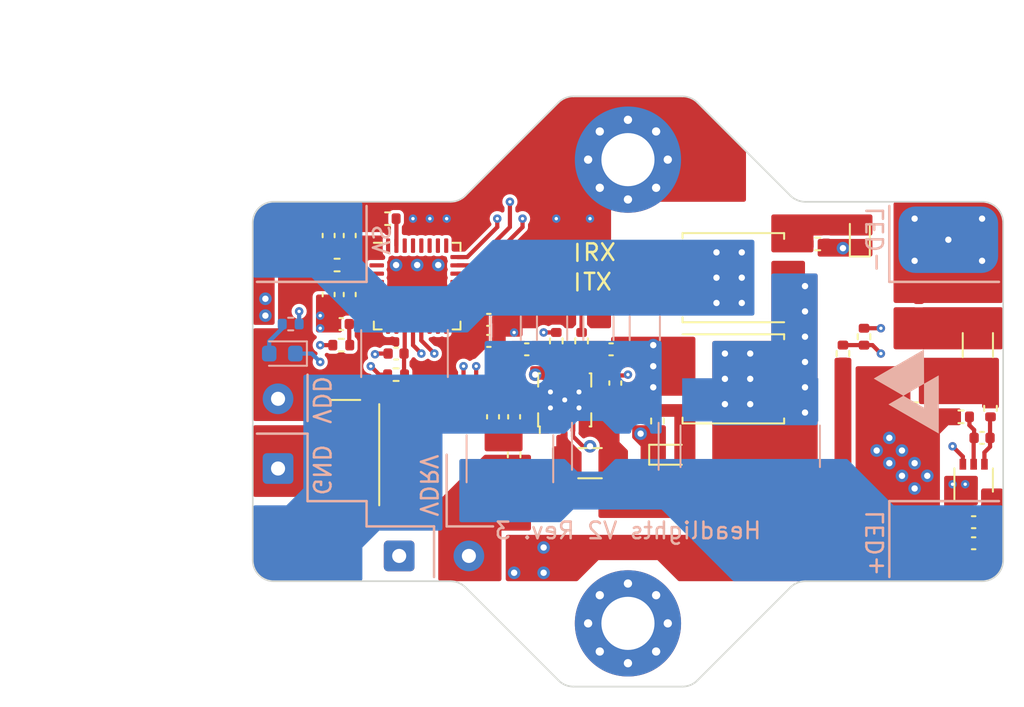
<source format=kicad_pcb>
(kicad_pcb (version 20221018) (generator pcbnew)
  (layers (0 "F.Cu" signal) (1 "In1.Cu" signal) (2 "In2.Cu" signal) (31 "B.Cu" signal) (34 "B.Paste" user) (35 "F.Paste" user) (36 "B.SilkS" user "B.Silkscreen") (37 "F.SilkS" user "F.Silkscreen") (38 "B.Mask" user) (39 "F.Mask" user) (44 "Edge.Cuts" user))
  (net 0 "")
  (net 1 "/SENSE")
  (net 2 "GND")
  (net 3 "VDD")
  (net 4 "Net-(U3-HI)")
  (net 5 "Net-(U3-LI)")
  (net 6 "/SWDIO")
  (net 7 "/SWCLK")
  (net 14 "/UART_RX")
  (net 15 "/UART_TX")
  (net 16 "Net-(U2--)")
  (net 17 "/DRVR_EN")
  (net 18 "Net-(U3-HB)")
  (net 19 "Net-(Q2-D)")
  (net 20 "Net-(D1-A)")
  (net 21 "/STATUS")
  (net 22 "Net-(U3-VDD)")
  (net 23 "/LED+")
  (net 24 "/LED-")
  (net 25 "Vdrive")
  (net 26 "VS")
  (net 27 "Net-(D1-K)")
  (net 28 "Net-(U1-NRST)")
  (net 29 "/HIGH")
  (net 30 "/LOW")
  (net 31 "Net-(D2-K)")
  (net 32 "Net-(D2-A)")
  (net 33 "Net-(U2-+)")
  (net 52 "Net-(F1-Pad2)")
  (net 53 "/TEMP")
  (net 54 "Net-(U1-BOOT0)")
  (net 55 "Net-(R3-Pad2)")
  (net 56 "Net-(D3-A)")
  (net 57 "Net-(R15-Pad1)")
  (net 58 "Net-(R10-Pad2)")
  (footprint "Connector_Wire:SolderWirePad_1x01_SMD_1x2mm" (layer "F.Cu") (at 141.478 69.088 90)
    (fp_text reference "J6" hide)
    (fp_text value "RX")
  )
  (footprint "Connector_Harwin:M50-3600542" (layer "F.Cu") (at 131.064 81.28)
    (fp_text reference "J3" hide)
    (fp_text value "SWD")
  )
  (footprint "Capacitor_SMD:C_1206_3216Metric" (layer "F.Cu") (at 143.764 81.788)
    (fp_text reference "C17" hide)
    (fp_text value "100n")
  )
  (footprint "Capacitor_SMD:C_0402_1005Metric" (layer "F.Cu") (at 129.286 68.072 90)
    (fp_text reference "C2" hide)
    (fp_text value "100n")
  )
  (footprint "Resistor_SMD:R_0402_1005Metric" (layer "F.Cu") (at 167.894 78.486 90)
    (fp_text reference "R8" hide)
    (fp_text value "10")
  )
  (footprint "Package_SON:VSON-10-1EP_3x3mm_P0.5mm_EP1.65x2.4mm_ThermalVias" (layer "F.Cu") (at 142.24 77.978 90)
    (fp_text reference "U3" hide)
    (fp_text value "UCC2782Q1DRC")
  )
  (footprint "Capacitor_SMD:C_0402_1005Metric" (layer "F.Cu") (at 145.288 76.962 -90)
    (fp_text reference "C13" hide)
    (fp_text value "10p")
  )
  (footprint "Resistor_SMD:R_0402_1005Metric" (layer "F.Cu") (at 128.778 74.676 180)
    (fp_text reference "R3" hide)
    (fp_text value "330")
  )
  (footprint "Package_DFN_QFN:QFN-32-1EP_5x5mm_P0.5mm_EP3.45x3.45mm" (layer "F.Cu") (at 133.35 71.12)
    (fp_text reference "U1" hide)
    (fp_text value "STM32F031K6Ux")
  )
  (footprint "Resistor_SMD:R_0402_1005Metric" (layer "F.Cu") (at 147.828 79.248 90)
    (fp_text reference "R13" hide)
    (fp_text value "?")
  )
  (footprint "Resistor_SMD:R_0402_1005Metric" (layer "F.Cu") (at 157.48 68.58 180)
    (fp_text reference "R12" hide)
    (fp_text value "?")
  )
  (footprint "Resistor_SMD:R_0402_1005Metric" (layer "F.Cu") (at 131.572 67.056 180)
    (fp_text reference "R2" hide)
    (fp_text value "1k96")
  )
  (footprint "Capacitor_SMD:C_0402_1005Metric" (layer "F.Cu") (at 137.668 73.152)
    (fp_text reference "C4" hide)
    (fp_text value "100n")
  )
  (footprint "Package_TO_SOT_SMD:SOT-363_SC-70-6" (layer "F.Cu") (at 166.878 82.804 90)
    (fp_text reference "U2" hide)
    (fp_text value "INA199A2DCKR")
  )
  (footprint "Capacitor_SMD:C_0402_1005Metric" (layer "F.Cu") (at 166.878 85.344 180)
    (fp_text reference "C15" hide)
    (fp_text value "100n")
  )
  (footprint "Resistor_SMD:R_0402_1005Metric" (layer "F.Cu") (at 159.004 75.184 90)
    (fp_text reference "TH1" hide)
    (fp_text value "10k")
  )
  (footprint "Capacitor_SMD:C_0402_1005Metric" (layer "F.Cu") (at 139.954 74.93 180)
    (fp_text reference "C11" hide)
    (fp_text value "10p")
  )
  (footprint "Capacitor_SMD:C_0402_1005Metric" (layer "F.Cu") (at 132.08 75.184 180)
    (fp_text reference "C8" hide)
    (fp_text value "10n")
  )
  (footprint "Resistor_SMD:R_0402_1005Metric" (layer "F.Cu") (at 141.732 74.422 90)
    (fp_text reference "R6" hide)
    (fp_text value "330")
  )
  (footprint "Capacitor_SMD:C_0402_1005Metric" (layer "F.Cu") (at 128.016 68.072 90)
    (fp_text reference "C1" hide)
    (fp_text value "1u")
  )
  (footprint "MountingHole:MountingHole_3.2mm_M3_Pad_Via" (layer "F.Cu") (at 146.05 91.44)
    (fp_text reference "H2" hide)
    (fp_text value "M3")
  )
  (footprint "Resistor_SMD:R_0402_1005Metric" (layer "F.Cu") (at 143.256 74.422 -90)
    (fp_text reference "R5" hide)
    (fp_text value "330")
  )
  (footprint "Capacitor_SMD:C_0402_1005Metric" (layer "F.Cu") (at 128.016 71.628 -90)
    (fp_text reference "C5" hide)
    (fp_text value "1u")
  )
  (footprint "Connector_Wire:SolderWirePad_1x01_SMD_1x2mm" (layer "F.Cu") (at 141.478 70.866 90)
    (fp_text reference "J5" hide)
    (fp_text value "TX")
  )
  (footprint "Capacitor_SMD:C_0402_1005Metric" (layer "F.Cu") (at 166.878 86.614 180)
    (fp_text reference "C12" hide)
    (fp_text value "1u")
  )
  (footprint "Capacitor_SMD:C_0402_1005Metric" (layer "F.Cu") (at 145.034 74.93)
    (fp_text reference "C9" hide)
    (fp_text value "10p")
  )
  (footprint "MountingHole:MountingHole_3.2mm_M3_Pad_Via" (layer "F.Cu") (at 146.05 63.5)
    (fp_text reference "H1" hide)
    (fp_text value "M3")
  )
  (footprint "Resistor_SMD:R_0402_1005Metric" (layer "F.Cu") (at 139.192 81.28 -90)
    (fp_text reference "R7" hide)
    (fp_text value "1")
  )
  (footprint "Resistor_SMD:R_1206_3216Metric" (layer "F.Cu") (at 162.814 77.216 180)
    (fp_text reference "R11" hide)
    (fp_text value "33m")
  )
  (footprint "Capacitor_SMD:C_0402_1005Metric" (layer "F.Cu") (at 137.922 78.994 90)
    (fp_text reference "C10" hide)
    (fp_text value "1u")
  )
  (footprint "Capacitor_SMD:C_0402_1005Metric" (layer "F.Cu") (at 167.386 80.264 180)
    (fp_text reference "C16" hide)
    (fp_text value "100n")
  )
  (footprint "Resistor_SMD:R_1206_3216Metric" (layer "F.Cu") (at 167.132 74.676 -90)
    (fp_text reference "R10" hide)
    (fp_text value "1")
  )
  (footprint "Fuse:Fuse_0402_1005Metric" (layer "F.Cu") (at 163.576 72.39 -90)
    (fp_text reference "F1" hide)
    (fp_text value "1")
  )
  (footprint "Capacitor_SMD:C_0402_1005Metric" (layer "F.Cu") (at 128.778 73.406 180)
    (fp_text reference "C7" hide)
    (fp_text value "10n")
  )
  (footprint "Resistor_SMD:R_0402_1005Metric" (layer "F.Cu") (at 128.524 69.85)
    (fp_text reference "R1" hide)
    (fp_text value "1k96")
  )
  (footprint "Diode_SMD:D_SOD-523" (layer "F.Cu") (at 148.59 81.28)
    (fp_text reference "D2" hide)
    (fp_text value "310m")
  )
  (footprint "Capacitor_SMD:C_0402_1005Metric" (layer "F.Cu") (at 137.668 74.422)
    (fp_text reference "C3" hide)
    (fp_text value "1u")
  )
  (footprint "Resistor_SMD:R_0402_1005Metric" (layer "F.Cu") (at 160.274 74.168 90)
    (fp_text reference "R15" hide)
    (fp_text value "1k")
  )
  (footprint "Resistor_SMD:R_0402_1005Metric" (layer "F.Cu") (at 166.116 78.994 180)
    (fp_text reference "R9" hide)
    (fp_text value "10")
  )
  (footprint "Package_TO_SOT_SMD:TDSON-8-1" (layer "F.Cu") (at 152.4 70.612 180)
    (fp_text reference "Q1" hide)
    (fp_text value "BSC190N12NS3G")
  )
  (footprint "Package_TO_SOT_SMD:TDSON-8-1" (layer "F.Cu") (at 152.4 76.708)
    (fp_text reference "Q2" hide)
    (fp_text value "BSC190N12NS3G")
  )
  (footprint "Resistor_SMD:R_0402_1005Metric" (layer "F.Cu") (at 132.08 76.454 180)
    (fp_text reference "R4" hide)
    (fp_text value "330")
  )
  (footprint "Capacitor_SMD:C_0402_1005Metric" (layer "F.Cu") (at 129.286 71.628 -90)
    (fp_text reference "C6" hide)
    (fp_text value "100n")
  )
  (footprint "Capacitor_SMD:C_0402_1005Metric" (layer "F.Cu") (at 139.192 78.994 90)
    (fp_text reference "C14" hide)
    (fp_text value "100n")
  )
  (footprint "Diode_SMD:D_SOD-523" (layer "F.Cu") (at 160.02 68.072 90)
    (fp_text reference "D1" hide)
    (fp_text value "310m")
  )
  (footprint "Connector_Wire:SolderWire-0.25sqmm_1x02_P4.2mm_D0.65mm_OD1.7mm" (layer "B.Cu") (at 132.266 87.376)
    (fp_text reference "J7" hide)
    (fp_text value "Vdrive")
  )
  (footprint "Connector_Wire:SolderWirePad_1x01_SMD_4x6mm" (layer "B.Cu") (at 165.354 68.326 90)
    (fp_text reference "J9" hide)
    (fp_text value "LED-")
  )
  (footprint "Connector_Wire:SolderWirePad_1x01_SMD_4x6mm" (layer "B.Cu") (at 165.354 86.614 90)
    (fp_text reference "J8" hide)
    (fp_text value "LED+")
  )
  (footprint "Resistor_SMD:R_0402_1005Metric" (layer "B.Cu") (at 125.73 73.406 180)
    (fp_text reference "R14" hide)
    (fp_text value "220")
  )
  (footprint "Capacitor_SMD:C_2220_5650Metric" (layer "B.Cu") (at 145.288 80.772 90)
    (fp_text reference "C22" hide)
    (fp_text value "1u")
  )
  (footprint "Connector_Wire:SolderWirePad_1x01_SMD_4x6mm" (layer "B.Cu") (at 126.746 68.326 90)
    (fp_text reference "J1" hide)
    (fp_text value "VS")
  )
  (footprint "Capacitor_SMD:C_2220_5650Metric" (layer "B.Cu") (at 132.588 75.184 -90)
    (fp_text reference "C19" hide)
    (fp_text value "1u")
  )
  (footprint "Capacitor_SMD:C_1206_3216Metric" (layer "B.Cu") (at 141.478 73.66 -90)
    (fp_text reference "C23" hide)
    (fp_text value "100n")
  )
  (footprint "Connector_Wire:SolderWire-0.25sqmm_1x02_P4.2mm_D0.65mm_OD1.7mm" (layer "B.Cu") (at 124.968 82.11 90)
    (fp_text reference "J4" hide)
    (fp_text value "VDD")
  )
  (footprint "Capacitor_SMD:C_1206_3216Metric" (layer "B.Cu") (at 144.272 73.66 -90)
    (fp_text reference "C21" hide)
    (fp_text value "100n")
  )
  (footprint "LED_SMD:LED_0603_1608Metric" (layer "B.Cu") (at 125.222 75.184 180)
    (fp_text reference "D3" hide)
    (fp_text value "Red")
  )
  (footprint "Capacitor_SMD:C_1206_3216Metric" (layer "B.Cu") (at 147.066 73.66 -90)
    (fp_text reference "C20" hide)
    (fp_text value "100n")
  )
  (footprint "Capacitor_SMD:C_1206_3216Metric" (layer "B.Cu") (at 138.684 73.66 -90)
    (fp_text reference "C25" hide)
    (fp_text value "100n")
  )
  (footprint "Capacitor_SMD:C_2220_5650Metric" (layer "B.Cu") (at 138.938 81.524 90)
    (fp_text reference "C24" hide)
    (fp_text value "1u")
  )
  (footprint "Symbol:Adin_Logo_Small" (layer "B.Cu") (at 162.814 77.47 -90)
    (fp_text reference "G***" hide)
    (fp_text value "LOGO" hide)
  )
  (footprint "Inductor_SMD:L_Bourns-SRN8040_8x8.15mm" (layer "B.Cu") (at 153.416 80.772 -90)
    (fp_text reference "L1" hide)
    (fp_text value "100u")
  )
  (footprint "Connector_Wire:SolderWirePad_1x01_SMD_4x6mm" (layer "B.Cu") (at 126.746 86.614 90)
    (fp_text reference "J2" hide)
    (fp_text value "GND")
  )
  (gr_line (start 130.302 66.294) (end 130.302 70.866) (stroke (width 0.15)) (layer "B.SilkS"))
  (gr_line (start 161.798 70.866) (end 168.402 70.866) (stroke (width 0.15)) (layer "B.SilkS"))
  (gr_line (start 126.746 84.074) (end 126.746 80.01) (stroke (width 0.15)) (layer "B.SilkS"))
  (gr_line (start 134.366 85.598) (end 134.366 88.646) (stroke (width 0.15)) (layer "B.SilkS"))
  (gr_line (start 161.798 66.294) (end 161.798 70.866) (stroke (width 0.15)) (layer "B.SilkS"))
  (gr_line (start 134.366 85.598) (end 130.302 85.598) (stroke (width 0.15)) (layer "B.SilkS"))
  (gr_line (start 135.128 85.598) (end 135.128 81.28) (stroke (width 0.15)) (layer "B.SilkS"))
  (gr_line (start 130.302 84.074) (end 126.746 84.074) (stroke (width 0.15)) (layer "B.SilkS"))
  (gr_line (start 130.302 70.866) (end 123.698 70.866) (stroke (width 0.15)) (layer "B.SilkS"))
  (gr_line (start 130.302 85.598) (end 130.302 84.074) (stroke (width 0.15)) (layer "B.SilkS"))
  (gr_line (start 126.746 80.01) (end 123.698 80.01) (stroke (width 0.15)) (layer "B.SilkS"))
  (gr_line (start 126.746 76.454) (end 126.746 79.248) (stroke (width 0.15)) (layer "B.SilkS"))
  (gr_line (start 137.922 85.598) (end 135.128 85.598) (stroke (width 0.15)) (layer "B.SilkS"))
  (gr_line (start 161.798 84.074) (end 161.798 88.646) (stroke (width 0.15)) (layer "B.SilkS"))
  (gr_line (start 168.402 84.074) (end 161.798 84.074) (stroke (width 0.15)) (layer "B.SilkS"))
  (gr_line (start 143.002 70.358) (end 143.002 71.374) (stroke (width 0.15)) (layer "F.SilkS"))
  (gr_line (start 143.002 68.58) (end 143.002 69.596) (stroke (width 0.15)) (layer "F.SilkS"))
  (gr_arc (start 156.736051 66.04) (mid 156.250043 65.943327) (end 155.838025 65.668025) (stroke (width 0.1)) (layer "Edge.Cuts"))
  (gr_line (start 149.333949 59.69) (end 142.766051 59.69) (stroke (width 0.1)) (layer "Edge.Cuts"))
  (gr_line (start 141.868025 60.061975) (end 136.261974 65.668026) (stroke (width 0.1)) (layer "Edge.Cuts"))
  (gr_arc (start 155.838025 89.271975) (mid 156.25004 88.996657) (end 156.736051 88.9) (stroke (width 0.1)) (layer "Edge.Cuts"))
  (gr_line (start 135.363949 66.04) (end 124.714 66.04) (stroke (width 0.1)) (layer "Edge.Cuts"))
  (gr_arc (start 142.766051 95.25) (mid 142.280053 95.153311) (end 141.868025 94.878025) (stroke (width 0.1)) (layer "Edge.Cuts"))
  (gr_line (start 141.868025 94.878025) (end 136.261974 89.271974) (stroke (width 0.1)) (layer "Edge.Cuts"))
  (gr_arc (start 136.261974 65.668026) (mid 135.849959 65.943343) (end 135.363949 66.04) (stroke (width 0.1)) (layer "Edge.Cuts"))
  (gr_arc (start 167.386 66.04) (mid 168.284026 66.411974) (end 168.656 67.31) (stroke (width 0.1)) (layer "Edge.Cuts"))
  (gr_arc (start 124.714 88.9) (mid 123.815974 88.528026) (end 123.444 87.63) (stroke (width 0.1)) (layer "Edge.Cuts"))
  (gr_arc (start 123.444 67.31) (mid 123.815974 66.411974) (end 124.714 66.04) (stroke (width 0.1)) (layer "Edge.Cuts"))
  (gr_line (start 168.656 67.31) (end 168.656 87.63) (stroke (width 0.1)) (layer "Edge.Cuts"))
  (gr_line (start 149.333949 95.25) (end 142.766051 95.25) (stroke (width 0.1)) (layer "Edge.Cuts"))
  (gr_line (start 135.363949 88.9) (end 124.714 88.9) (stroke (width 0.1)) (layer "Edge.Cuts"))
  (gr_arc (start 135.363949 88.9) (mid 135.849946 88.996689) (end 136.261974 89.271974) (stroke (width 0.1)) (layer "Edge.Cuts"))
  (gr_arc (start 168.656 87.63) (mid 168.284026 88.528026) (end 167.386 88.9) (stroke (width 0.1)) (layer "Edge.Cuts"))
  (gr_arc (start 150.231974 94.878026) (mid 149.819959 95.153343) (end 149.333949 95.25) (stroke (width 0.1)) (layer "Edge.Cuts"))
  (gr_line (start 156.736051 88.9) (end 167.386 88.9) (stroke (width 0.1)) (layer "Edge.Cuts"))
  (gr_line (start 123.444 87.63) (end 123.444 67.31) (stroke (width 0.1)) (layer "Edge.Cuts"))
  (gr_line (start 155.838025 89.271975) (end 150.231974 94.878026) (stroke (width 0.1)) (layer "Edge.Cuts"))
  (gr_line (start 155.838025 65.668025) (end 150.231974 60.061974) (stroke (width 0.1)) (layer "Edge.Cuts"))
  (gr_arc (start 149.333949 59.69) (mid 149.819957 59.786673) (end 150.231974 60.061974) (stroke (width 0.1)) (layer "Edge.Cuts"))
  (gr_line (start 156.736051 66.04) (end 167.386 66.04) (stroke (width 0.1)) (layer "Edge.Cuts"))
  (gr_arc (start 141.868025 60.061975) (mid 142.28004 59.786657) (end 142.766051 59.69) (stroke (width 0.1)) (layer "Edge.Cuts"))
  (gr_text "VDD" (at 127 77.978 -90) (layer "B.SilkS") (effects (font (size 1 1)) (justify bottom mirror)))
  (gr_text "LED+" (at 161.544 86.614 90) (layer "B.SilkS") (effects (font (size 1 1)) (justify bottom mirror)))
  (gr_text "LED-" (at 161.544 68.326 90) (layer "B.SilkS") (effects (font (size 1 1)) (justify bottom mirror)))
  (gr_text "Headlights V2 Rev. 3" (at 146.05 85.852) (layer "B.SilkS") (effects (font (size 1 1)) (justify mirror)))
  (gr_text "VDRV" (at 134.62 85.09 -90) (layer "B.SilkS") (effects (font (size 1 1)) (justify left top mirror)))
  (gr_text "GND" (at 127 83.82 270) (layer "B.SilkS") (effects (font (size 1 1)) (justify left bottom mirror)))
  (gr_text "VS" (at 130.556 68.326 -90) (layer "B.SilkS") (effects (font (size 1 1)) (justify bottom mirror)))
  (gr_text "TX" (at 143.256 70.866) (layer "F.SilkS") (effects (font (size 1 1)) (justify left)))
  (gr_text "RX" (at 143.256 69.088) (layer "F.SilkS") (effects (font (size 1 1)) (justify left)))
  (segment (start 129.258 74.646) (end 129.288 74.676) (width 0.254) (layer "F.Cu") (net 1))
  (segment (start 129.54 73.406) (end 129.258 73.406) (width 0.254) (layer "F.Cu") (net 1))
  (segment (start 129.258 73.406) (end 129.258 74.646) (width 0.254) (layer "F.Cu") (net 1))
  (segment (start 130.9125 72.87) (end 130.076 72.87) (width 0.254) (layer "F.Cu") (net 1))
  (segment (start 130.076 72.87) (end 129.54 73.406) (width 0.254) (layer "F.Cu") (net 1))
  (segment (start 161.29 73.66) (end 161.288 73.658) (width 0.254) (layer "F.Cu") (net 2))
  (segment (start 161.288 73.658) (end 160.274 73.658) (width 0.254) (layer "F.Cu") (net 2))
  (segment (start 141.74 76.503) (end 141.74 77.138) (width 0.254) (layer "F.Cu") (net 2))
  (segment (start 141.74 77.138) (end 141.38 77.498) (width 0.254) (layer "F.Cu") (net 2))
  (segment (start 131.6 75.184) (end 130.8535 75.184) (width 0.254) (layer "F.Cu") (net 2))
  (segment (start 130.8535 75.184) (end 130.81 75.2275) (width 0.254) (layer "F.Cu") (net 2))
  (via (at 165.608 83.058) (size 0.508) (drill 0.2032) (layers "F.Cu" "B.Cu") (net 2))
  (via (at 162.56 81.026) (size 0.762) (drill 0.381) (layers "F.Cu" "B.Cu") (net 2))
  (via (at 130.81 75.2275) (size 0.508) (drill 0.2032) (layers "F.Cu" "B.Cu") (net 2))
  (via (at 134.62 69.85) (size 0.762) (drill 0.381) (layers "F.Cu" "B.Cu") (net 2))
  (via (at 161.798 80.264) (size 0.762) (drill 0.381) (layers "F.Cu" "B.Cu") (net 2))
  (via (at 124.206 72.898) (size 0.762) (drill 0.381) (layers "F.Cu" "B.Cu") (net 2))
  (via (at 133.096 67.056) (size 0.508) (drill 0.2032) (layers "F.Cu" "B.Cu") (net 2))
  (via (at 135.128 67.056) (size 0.508) (drill 0.2032) (layers "F.Cu" "B.Cu") (net 2))
  (via (at 143.764 67.056) (size 0.508) (drill 0.2032) (layers "F.Cu" "B.Cu") (net 2))
  (via (at 147.574 77.216) (size 0.762) (drill 0.381) (layers "F.Cu" "B.Cu") (net 2))
  (via (at 134.112 67.056) (size 0.508) (drill 0.2032) (layers "F.Cu" "B.Cu") (net 2))
  (via (at 124.206 71.882) (size 0.762) (drill 0.381) (layers "F.Cu" "B.Cu") (net 2))
  (via (at 161.036 81.026) (size 0.762) (drill 0.381) (layers "F.Cu" "B.Cu") (net 2))
  (via (at 162.56 82.55) (size 0.762) (drill 0.381) (layers "F.Cu" "B.Cu") (net 2))
  (via (at 127.508 72.898) (size 0.508) (drill 0.2032) (layers "F.Cu" "B.Cu") (net 2))
  (via (at 161.798 81.788) (size 0.762) (drill 0.381) (layers "F.Cu" "B.Cu") (net 2))
  (via (at 166.37 83.058) (size 0.508) (drill 0.2032) (layers "F.Cu" "B.Cu") (net 2))
  (via (at 141.732 67.056) (size 0.508) (drill 0.2032) (layers "F.Cu" "B.Cu") (net 2))
  (via (at 147.574 75.946) (size 0.762) (drill 0.381) (layers "F.Cu" "B.Cu") (net 2))
  (via (at 163.322 81.788) (size 0.762) (drill 0.381) (layers "F.Cu" "B.Cu") (net 2))
  (via (at 127.508 73.66) (size 0.508) (drill 0.2032) (layers "F.Cu" "B.Cu") (net 2))
  (via (at 133.35 69.85) (size 0.762) (drill 0.381) (layers "F.Cu" "B.Cu") (net 2))
  (via (at 147.574 74.676) (size 0.762) (drill 0.381) (layers "F.Cu" "B.Cu") (net 2))
  (via (at 139.192 73.914) (size 0.508) (drill 0.2032) (layers "F.Cu" "B.Cu") (net 2))
  (via (at 161.29 73.66) (size 0.508) (drill 0.2032) (layers "F.Cu" "B.Cu") (net 2))
  (via (at 127.508 75.692) (size 0.508) (drill 0.2032) (layers "F.Cu" "B.Cu") (net 2))
  (via (at 164.084 82.55) (size 0.762) (drill 0.381) (layers "F.Cu" "B.Cu") (net 2))
  (via (at 163.322 83.312) (size 0.762) (drill 0.381) (layers "F.Cu" "B.Cu") (net 2))
  (via (at 132.08 69.85) (size 0.762) (drill 0.381) (layers "F.Cu" "B.Cu") (net 2))
  (segment (start 126.0095 75.184) (end 127 75.184) (width 0.254) (layer "B.Cu") (net 2))
  (segment (start 127 75.184) (end 127.508 75.692) (width 0.254) (layer "B.Cu") (net 2))
  (via (at 140.97 88.392) (size 0.762) (drill 0.381) (layers "F.Cu" "B.Cu") (net 3))
  (via (at 139.192 88.392) (size 0.762) (drill 0.381) (layers "F.Cu" "B.Cu") (net 3))
  (via (at 140.97 86.868) (size 0.762) (drill 0.381) (layers "F.Cu" "B.Cu") (net 3))
  (segment (start 142.74 76.503) (end 142.74 75.954) (width 0.254) (layer "F.Cu") (net 4))
  (segment (start 143.256 75.438) (end 143.256 74.932) (width 0.254) (layer "F.Cu") (net 4))
  (segment (start 142.74 75.954) (end 143.256 75.438) (width 0.254) (layer "F.Cu") (net 4))
  (segment (start 141.732 75.438) (end 141.732 74.932) (width 0.254) (layer "F.Cu") (net 5))
  (segment (start 142.24 75.946) (end 141.732 75.438) (width 0.254) (layer "F.Cu") (net 5))
  (segment (start 142.24 76.503) (end 142.24 75.946) (width 0.254) (layer "F.Cu") (net 5))
  (segment (start 136.144 77.216) (end 136.144 75.946) (width 0.254) (layer "F.Cu") (net 6))
  (segment (start 134.62 78.74) (end 136.144 77.216) (width 0.254) (layer "F.Cu") (net 6))
  (segment (start 133.004 78.74) (end 134.62 78.74) (width 0.254) (layer "F.Cu") (net 6))
  (segment (start 136.632 69.87) (end 135.7875 69.87) (width 0.254) (layer "F.Cu") (net 6))
  (segment (start 138.938 66.04) (end 138.938 67.564) (width 0.254) (layer "F.Cu") (net 6))
  (segment (start 138.938 67.564) (end 136.632 69.87) (width 0.254) (layer "F.Cu") (net 6))
  (via (at 138.938 66.04) (size 0.508) (drill 0.2032) (layers "F.Cu" "B.Cu") (net 6))
  (via (at 136.144 75.946) (size 0.508) (drill 0.2032) (layers "F.Cu" "B.Cu") (net 6))
  (segment (start 136.906 77.724) (end 136.906 75.946) (width 0.254) (layer "F.Cu") (net 7))
  (segment (start 135.7875 69.37) (end 136.37 69.37) (width 0.254) (layer "F.Cu") (net 7))
  (segment (start 136.37 69.37) (end 138.176 67.564) (width 0.254) (layer "F.Cu") (net 7))
  (segment (start 138.176 67.564) (end 138.176 67.056) (width 0.254) (layer "F.Cu") (net 7))
  (segment (start 133.004 80.01) (end 134.62 80.01) (width 0.254) (layer "F.Cu") (net 7))
  (segment (start 134.62 80.01) (end 136.906 77.724) (width 0.254) (layer "F.Cu") (net 7))
  (via (at 136.906 75.946) (size 0.508) (drill 0.2032) (layers "F.Cu" "B.Cu") (net 7))
  (via (at 138.176 67.056) (size 0.508) (drill 0.2032) (layers "F.Cu" "B.Cu") (net 7))
  (segment (start 139.446 69.088) (end 141.478 69.088) (width 0.254) (layer "F.Cu") (net 14))
  (segment (start 137.164 71.37) (end 139.446 69.088) (width 0.254) (layer "F.Cu") (net 14))
  (segment (start 135.7875 71.37) (end 137.164 71.37) (width 0.254) (layer "F.Cu") (net 14))
  (segment (start 138.442 71.87) (end 139.446 70.866) (width 0.254) (layer "F.Cu") (net 15))
  (segment (start 135.7875 71.87) (end 138.442 71.87) (width 0.254) (layer "F.Cu") (net 15))
  (segment (start 139.446 70.866) (end 141.478 70.866) (width 0.254) (layer "F.Cu") (net 15))
  (segment (start 166.878 80.292) (end 166.906 80.264) (width 0.254) (layer "F.Cu") (net 16))
  (segment (start 166.624 79.502) (end 166.626 79.5) (width 0.254) (layer "F.Cu") (net 16))
  (segment (start 166.906 79.784) (end 166.624 79.502) (width 0.254) (layer "F.Cu") (net 16))
  (segment (start 166.626 79.5) (end 166.626 78.994) (width 0.254) (layer "F.Cu") (net 16))
  (segment (start 166.878 81.854) (end 166.878 80.292) (width 0.254) (layer "F.Cu") (net 16))
  (segment (start 166.906 80.264) (end 166.906 79.784) (width 0.254) (layer "F.Cu") (net 16))
  (segment (start 146.001 76.503) (end 143.24 76.503) (width 0.254) (layer "F.Cu") (net 17))
  (segment (start 139.7 67.564) (end 136.894 70.37) (width 0.254) (layer "F.Cu") (net 17))
  (segment (start 146.05 76.454) (end 146.001 76.503) (width 0.254) (layer "F.Cu") (net 17))
  (segment (start 139.7 67.056) (end 139.7 67.564) (width 0.254) (layer "F.Cu") (net 17))
  (segment (start 136.894 70.37) (end 135.7875 70.37) (width 0.254) (layer "F.Cu") (net 17))
  (via (at 146.05 76.454) (size 0.508) (drill 0.2032) (layers "F.Cu" "B.Cu") (net 17))
  (via (at 139.7 67.056) (size 0.508) (drill 0.2032) (layers "F.Cu" "B.Cu") (net 17))
  (via (at 156.718 74.168) (size 0.762) (drill 0.381) (layers "F.Cu" "B.Cu") (net 19))
  (via (at 153.416 78.232) (size 0.762) (drill 0.381) (layers "F.Cu" "B.Cu") (net 19))
  (via (at 151.892 76.708) (size 0.762) (drill 0.381) (layers "F.Cu" "B.Cu") (net 19))
  (via (at 151.892 75.184) (size 0.762) (drill 0.381) (layers "F.Cu" "B.Cu") (net 19))
  (via (at 156.718 72.644) (size 0.762) (drill 0.381) (layers "F.Cu" "B.Cu") (net 19))
  (via (at 153.416 75.184) (size 0.762) (drill 0.381) (layers "F.Cu" "B.Cu") (net 19))
  (via (at 156.718 77.216) (size 0.762) (drill 0.381) (layers "F.Cu" "B.Cu") (net 19))
  (via (at 156.718 71.12) (size 0.762) (drill 0.381) (layers "F.Cu" "B.Cu") (net 19))
  (via (at 156.718 75.692) (size 0.762) (drill 0.381) (layers "F.Cu" "B.Cu") (net 19))
  (via (at 156.718 78.74) (size 0.762) (drill 0.381) (layers "F.Cu" "B.Cu") (net 19))
  (via (at 153.416 76.708) (size 0.762) (drill 0.381) (layers "F.Cu" "B.Cu") (net 19))
  (via (at 151.892 78.232) (size 0.762) (drill 0.381) (layers "F.Cu" "B.Cu") (net 19))
  (segment (start 133.1 74.68) (end 133.1 73.5575) (width 0.254) (layer "F.Cu") (net 21))
  (segment (start 133.604 75.184) (end 133.1 74.68) (width 0.254) (layer "F.Cu") (net 21))
  (via (at 126.238 72.644) (size 0.508) (drill 0.2032) (layers "F.Cu" "B.Cu") (net 21))
  (via (at 133.604 75.184) (size 0.508) (drill 0.2032) (layers "F.Cu" "B.Cu") (net 21))
  (segment (start 126.24 73.406) (end 126.24 72.646) (width 0.254) (layer "B.Cu") (net 21))
  (segment (start 126.24 72.646) (end 126.238 72.644) (width 0.254) (layer "B.Cu") (net 21))
  (via (at 163.322 67.056) (size 0.762) (drill 0.381) (layers "F.Cu" "B.Cu") (net 24))
  (via (at 167.386 67.056) (size 0.762) (drill 0.381) (layers "F.Cu" "B.Cu") (net 24))
  (via (at 165.354 68.326) (size 0.762) (drill 0.381) (layers "F.Cu" "B.Cu") (net 24))
  (via (at 163.322 69.596) (size 0.762) (drill 0.381) (layers "F.Cu" "B.Cu") (net 24))
  (via (at 167.386 69.596) (size 0.762) (drill 0.381) (layers "F.Cu" "B.Cu") (net 24))
  (via (at 152.908 70.612) (size 0.762) (drill 0.381) (layers "F.Cu" "B.Cu") (net 26))
  (via (at 152.908 69.088) (size 0.762) (drill 0.381) (layers "F.Cu" "B.Cu") (net 26))
  (via (at 151.384 70.612) (size 0.762) (drill 0.381) (layers "F.Cu" "B.Cu") (net 26))
  (via (at 151.384 69.088) (size 0.762) (drill 0.381) (layers "F.Cu" "B.Cu") (net 26))
  (via (at 151.384 72.136) (size 0.762) (drill 0.381) (layers "F.Cu" "B.Cu") (net 26))
  (via (at 152.908 72.136) (size 0.762) (drill 0.381) (layers "F.Cu" "B.Cu") (net 26))
  (segment (start 143.764 80.772) (end 143.34 80.772) (width 0.254) (layer "F.Cu") (net 27))
  (segment (start 142.74 80.172) (end 142.74 79.453) (width 0.254) (layer "F.Cu") (net 27))
  (segment (start 143.34 80.772) (end 142.74 80.172) (width 0.254) (layer "F.Cu") (net 27))
  (via (at 159.004 68.834) (size 0.762) (drill 0.381) (layers "F.Cu" "B.Cu") (net 27))
  (via (at 143.764 80.772) (size 0.762) (drill 0.381) (layers "F.Cu" "B.Cu") (net 27))
  (segment (start 130.306 70.87) (end 129.286 69.85) (width 0.254) (layer "F.Cu") (net 28))
  (segment (start 129.286 69.85) (end 129.034 69.85) (width 0.254) (layer "F.Cu") (net 28))
  (segment (start 130.9125 70.87) (end 130.306 70.87) (width 0.254) (layer "F.Cu") (net 28))
  (segment (start 135.7875 72.37) (end 142.982 72.37) (width 0.254) (layer "F.Cu") (net 29))
  (segment (start 143.256 72.644) (end 143.256 73.658) (width 0.254) (layer "F.Cu") (net 29))
  (segment (start 142.982 72.37) (end 143.256 72.644) (width 0.254) (layer "F.Cu") (net 29))
  (segment (start 140.97 73.914) (end 140.972 73.912) (width 0.254) (layer "F.Cu") (net 30))
  (segment (start 134.384646 75.184) (end 133.6 74.399354) (width 0.254) (layer "F.Cu") (net 30))
  (segment (start 133.6 74.399354) (end 133.6 73.5575) (width 0.254) (layer "F.Cu") (net 30))
  (segment (start 140.972 73.912) (end 141.732 73.912) (width 0.254) (layer "F.Cu") (net 30))
  (via (at 140.97 73.914) (size 0.508) (drill 0.2032) (layers "F.Cu" "B.Cu") (net 30))
  (via (at 134.384646 75.184) (size 0.508) (drill 0.2032) (layers "F.Cu" "B.Cu") (net 30))
  (via (at 140.462 76.454) (size 0.762) (drill 0.381) (layers "F.Cu" "B.Cu") (net 31))
  (via (at 146.812 80.01) (size 0.762) (drill 0.381) (layers "F.Cu" "B.Cu") (net 31))
  (segment (start 167.866 80.264) (end 167.866 79.024) (width 0.254) (layer "F.Cu") (net 33))
  (segment (start 167.866 79.024) (end 167.894 78.996) (width 0.254) (layer "F.Cu") (net 33))
  (segment (start 167.528 81.854) (end 167.528 81.138) (width 0.254) (layer "F.Cu") (net 33))
  (segment (start 167.528 81.138) (end 167.866 80.8) (width 0.254) (layer "F.Cu") (net 33))
  (segment (start 167.866 80.8) (end 167.866 80.264) (width 0.254) (layer "F.Cu") (net 33))
  (segment (start 132.56 76.424) (end 132.59 76.454) (width 0.254) (layer "F.Cu") (net 53))
  (segment (start 132.6 73.5575) (end 132.6 75.144) (width 0.254) (layer "F.Cu") (net 53))
  (segment (start 132.56 75.184) (end 132.56 76.424) (width 0.254) (layer "F.Cu") (net 53))
  (segment (start 132.6 75.144) (end 132.56 75.184) (width 0.254) (layer "F.Cu") (net 53))
  (segment (start 132.1 67.074) (end 132.082 67.056) (width 0.254) (layer "F.Cu") (net 54))
  (segment (start 132.1 68.6825) (end 132.1 67.074) (width 0.254) (layer "F.Cu") (net 54))
  (segment (start 166.228 81.392) (end 165.608 80.772) (width 0.254) (layer "F.Cu") (net 55))
  (segment (start 166.228 81.854) (end 166.228 81.392) (width 0.254) (layer "F.Cu") (net 55))
  (segment (start 128.268 74.676) (end 127.508 74.676) (width 0.254) (layer "F.Cu") (net 55))
  (via (at 165.608 80.772) (size 0.508) (drill 0.2032) (layers "F.Cu" "B.Cu") (net 55))
  (via (at 127.508 74.676) (size 0.508) (drill 0.2032) (layers "F.Cu" "B.Cu") (net 55))
  (segment (start 124.4345 74.4475) (end 124.4345 75.184) (width 0.254) (layer "B.Cu") (net 56))
  (segment (start 125.22 73.406) (end 125.22 73.662) (width 0.254) (layer "B.Cu") (net 56))
  (segment (start 125.22 73.662) (end 124.4345 74.4475) (width 0.254) (layer "B.Cu") (net 56))
  (segment (start 131.57 76.454) (end 131.064 76.454) (width 0.254) (layer "F.Cu") (net 57))
  (segment (start 160.78 74.674) (end 159.004 74.674) (width 0.254) (layer "F.Cu") (net 57))
  (segment (start 161.29 75.184) (end 160.78 74.674) (width 0.254) (layer "F.Cu") (net 57))
  (segment (start 131.064 76.454) (end 130.556 75.946) (width 0.254) (layer "F.Cu") (net 57))
  (via (at 130.556 75.946) (size 0.508) (drill 0.2032) (layers "F.Cu" "B.Cu") (net 57))
  (via (at 161.29 75.184) (size 0.508) (drill 0.2032) (layers "F.Cu" "B.Cu") (net 57))
  (zone (net 52) (net_name "Net-(F1-Pad2)") (layer "F.Cu") (connect_pads yes (clearance 0)) (min_thickness 0.254) (fill yes (thermal_gap 0.5) (thermal_bridge_width 0.5))
    (polygon (pts (xy 162.052 72.39) (xy 162.052 74.93) (xy 168.656 74.93) (xy 168.656 72.39)))
  )
  (zone (net 31) (net_name "Net-(D2-K)") (layer "F.Cu") (connect_pads yes (clearance 0)) (min_thickness 0.254) (fill yes (thermal_gap 0.5) (thermal_bridge_width 0.5))
    (polygon (pts (xy 148.336 81.788) (xy 148.336 79.502) (xy 146.304 79.502) (xy 146.304 80.264) (xy 146.812 80.772) (xy 146.812 81.788)))
  )
  (zone (net 25) (net_name "Vdrive") (layer "F.Cu") (priority 1) (connect_pads yes (clearance 0)) (min_thickness 0.254) (fill yes (thermal_gap 0.5) (thermal_bridge_width 0.5))
    (polygon (pts (xy 134.62 84.074) (xy 137.414 81.28) (xy 140.208 81.28) (xy 140.208 85.852) (xy 138.43 85.852) (xy 138.43 88.9) (xy 134.62 88.9)))
  )
  (zone (net 4) (net_name "Net-(U3-HI)") (layer "F.Cu") (priority 1) (connect_pads yes (clearance 0)) (min_thickness 0.254) (fill yes (thermal_gap 0.5) (thermal_bridge_width 0.5))
    (polygon (pts (xy 145.034 75.438) (xy 145.034 74.422) (xy 142.748 74.422) (xy 142.748 75.438)))
  )
  (zone (net 3) (net_name "VDD") (layer "F.Cu") (priority 1) (connect_pads yes (clearance 0)) (min_thickness 0.254) (fill yes (thermal_gap 0.5) (thermal_bridge_width 0.5))
    (polygon (pts (xy 143.002 88.9) (xy 144.272 87.63) (xy 147.828 87.63) (xy 149.098 88.9) (xy 168.656 88.9) (xy 168.656 83.312) (xy 166.878 83.312) (xy 166.878 84.836) (xy 159.512 84.836) (xy 159.512 75.438) (xy 158.496 75.438) (xy 158.496 86.106) (xy 138.684 86.106) (xy 138.684 88.9)))
  )
  (zone (net 31) (net_name "Net-(D2-K)") (layer "F.Cu") (connect_pads yes (clearance 0)) (min_thickness 0.254) (fill yes (thermal_gap 0.5) (thermal_bridge_width 0.5))
    (polygon (pts (xy 141.478 76.962) (xy 139.954 76.962) (xy 139.954 75.946) (xy 141.478 75.946)))
  )
  (zone (net 18) (net_name "Net-(U3-HB)") (layer "F.Cu") (connect_pads yes (clearance 0)) (min_thickness 0.254) (fill yes (thermal_gap 0.5) (thermal_bridge_width 0.5))
    (polygon (pts (xy 143.256 78.994) (xy 143.256 83.058) (xy 141.478 83.058) (xy 141.478 80.772) (xy 141.732 80.772) (xy 141.732 78.994)))
  )
  (zone (net 2) (net_name "GND") (layer "F.Cu") (connect_pads yes (clearance 0)) (min_thickness 0.254) (fill yes (thermal_gap 0.5) (thermal_bridge_width 0.5))
    (polygon (pts (xy 123.444 79.502) (xy 130.81 79.502) (xy 130.81 83.82) (xy 123.444 83.82)))
  )
  (zone (net 58) (net_name "Net-(R10-Pad2)") (layer "F.Cu") (connect_pads yes (clearance 0)) (min_thickness 0.254) (fill yes (thermal_gap 0.5) (thermal_bridge_width 0.5))
    (polygon (pts (xy 167.386 78.486) (xy 168.402 78.486) (xy 168.402 75.438) (xy 163.576 75.438) (xy 163.576 78.232) (xy 167.386 78.232)))
  )
  (zone (net 19) (net_name "Net-(Q2-D)") (layer "F.Cu") (connect_pads yes (clearance 0)) (min_thickness 0.254) (fill yes (thermal_gap 0.5) (thermal_bridge_width 0.5))
    (polygon (pts (xy 156.718 70.358) (xy 157.48 70.358) (xy 157.48 85.09) (xy 144.272 85.09) (xy 144.272 80.518) (xy 143.002 80.518) (xy 143.002 78.994) (xy 145.542 78.994) (xy 145.542 80.518) (xy 146.05 81.026) (xy 146.05 82.804) (xy 151.13 82.804) (xy 151.13 74.422) (xy 154.686 74.422) (xy 154.686 69.596) (xy 156.718 69.596)))
  )
  (zone (net 32) (net_name "Net-(D2-A)") (layer "F.Cu") (connect_pads yes (clearance 0)) (min_thickness 0.254) (fill yes (thermal_gap 0.5) (thermal_bridge_width 0.5))
    (polygon (pts (xy 150.114 78.232) (xy 147.32 78.232) (xy 147.32 78.994) (xy 148.844 78.994) (xy 148.844 81.788) (xy 150.114 81.788)))
  )
  (zone (net 2) (net_name "GND") (layer "F.Cu") (priority 1) (connect_pads yes (clearance 0)) (min_thickness 0.254) (fill yes (thermal_gap 0.5) (thermal_bridge_width 0.5))
    (polygon (pts (xy 137.668 74.676) (xy 137.668 72.39) (xy 139.7 72.39) (xy 139.7 74.168) (xy 138.684 74.168) (xy 138.684 74.676)))
  )
  (zone (net 22) (net_name "Net-(U3-VDD)") (layer "F.Cu") (connect_pads yes (clearance 0)) (min_thickness 0.254) (fill yes (thermal_gap 0.5) (thermal_bridge_width 0.5))
    (polygon (pts (xy 139.7 81.28) (xy 139.7 80.01) (xy 141.478 80.01) (xy 141.478 78.994) (xy 137.414 78.994) (xy 137.414 81.28)))
  )
  (zone (net 2) (net_name "GND") (layer "F.Cu") (priority 1) (connect_pads yes (clearance 0)) (min_thickness 0.254) (fill yes (thermal_gap 0.5) (thermal_bridge_width 0.5))
    (polygon (pts (xy 167.132 82.55) (xy 165.1 82.55) (xy 165.1 87.122) (xy 166.878 87.122) (xy 166.878 84.328) (xy 167.132 84.328)))
  )
  (zone (net 24) (net_name "/LED-") (layer "F.Cu") (connect_pads yes (clearance 0)) (min_thickness 0.254) (fill yes (thermal_gap 0.5) (thermal_bridge_width 0.5))
    (polygon (pts (xy 162.052 66.04) (xy 162.052 72.136) (xy 168.656 72.136) (xy 168.656 66.04)))
  )
  (zone (net 5) (net_name "Net-(U3-LI)") (layer "F.Cu") (priority 1) (connect_pads yes (clearance 0)) (min_thickness 0.254) (fill yes (thermal_gap 0.5) (thermal_bridge_width 0.5))
    (polygon (pts (xy 142.24 75.438) (xy 142.24 74.422) (xy 139.954 74.422) (xy 139.954 75.438)))
  )
  (zone (net 2) (net_name "GND") (layer "F.Cu") (connect_pads yes (clearance 0)) (min_thickness 0.254) (fill yes (thermal_gap 0.5) (thermal_bridge_width 0.5))
    (polygon (pts (xy 123.444 66.04) (xy 123.444 73.66) (xy 145.034 73.66) (xy 145.034 66.04) (xy 153.162 66.04) (xy 153.162 59.69) (xy 135.382 59.69) (xy 135.382 66.04)))
  )
  (zone (net 3) (net_name "VDD") (layer "F.Cu") (priority 1) (connect_pads yes (clearance 0)) (min_thickness 0.254) (fill yes (thermal_gap 0.5) (thermal_bridge_width 0.5))
    (polygon (pts (xy 132.842 71.882) (xy 137.668 71.882) (xy 137.668 74.676) (xy 134.366 77.978) (xy 130.81 77.978) (xy 130.81 79.248) (xy 123.444 79.248) (xy 123.444 73.66) (xy 124.968 73.66) (xy 124.968 68.072) (xy 132.842 68.072)))
  )
  (zone (net 2) (net_name "GND") (layer "F.Cu") (priority 2) (connect_pads yes (clearance 0)) (min_thickness 0.254) (fill yes (thermal_gap 0.5) (thermal_bridge_width 0.5))
    (polygon (pts (xy 129.794 71.628) (xy 129.794 73.914) (xy 127.254 73.914) (xy 127.254 71.628)))
  )
  (zone (net 27) (net_name "Net-(D1-K)") (layer "F.Cu") (connect_pads yes (clearance 0)) (min_thickness 0.254) (fill yes (thermal_gap 0.5) (thermal_bridge_width 0.5))
    (polygon (pts (xy 160.782 69.342) (xy 160.782 68.072) (xy 157.48 68.072) (xy 157.48 69.342)))
  )
  (zone (net 20) (net_name "Net-(D1-A)") (layer "F.Cu") (connect_pads yes (clearance 0)) (min_thickness 0.254) (fill yes (thermal_gap 0.508) (thermal_bridge_width 0.508))
    (polygon (pts (xy 154.686 69.088) (xy 157.226 69.088) (xy 157.226 68.072) (xy 160.782 68.072) (xy 160.782 66.802) (xy 154.686 66.802)))
  )
  (zone (net 2) (net_name "GND") (layer "F.Cu") (priority 1) (connect_pads yes (clearance 0)) (min_thickness 0.254) (fill yes (thermal_gap 0.5) (thermal_bridge_width 0.5))
    (polygon (pts (xy 139.954 76.962) (xy 142.748 76.962) (xy 145.034 76.962) (xy 145.034 74.168) (xy 150.114 74.168) (xy 150.114 77.724) (xy 146.812 77.724) (xy 146.812 78.994) (xy 142.748 78.994) (xy 137.414 78.994) (xy 137.414 76.962) (xy 138.938 76.962) (xy 138.938 74.422) (xy 139.954 74.422)))
  )
  (zone (net 2) (net_name "GND") (layer "F.Cu") (connect_pads yes (clearance 0)) (min_thickness 0.254) (fill yes (thermal_gap 0.5) (thermal_bridge_width 0.5))
    (polygon (pts (xy 163.068 75.946) (xy 163.068 78.486) (xy 166.116 78.486) (xy 166.116 79.502) (xy 165.354 79.502) (xy 164.846 80.01) (xy 164.846 84.582) (xy 159.766 84.582) (xy 159.766 75.946)))
  )
  (zone (net 19) (net_name "Net-(Q2-D)") (layer "B.Cu") (connect_pads yes (clearance 0)) (min_thickness 0.254) (fill yes (thermal_gap 0.5) (thermal_bridge_width 0.5))
    (polygon (pts (xy 151.13 79.502) (xy 157.48 79.502) (xy 157.48 70.358) (xy 154.686 70.358) (xy 154.686 74.422) (xy 151.13 74.422)))
  )
  (zone (net 23) (net_name "/LED+") (layer "B.Cu") (connect_pads yes (clearance 0)) (min_thickness 0.254) (fill yes (thermal_gap 0.5) (thermal_bridge_width 0.5))
    (polygon (pts (xy 135.89 85.344) (xy 141.986 85.344) (xy 142.748 84.582) (xy 148.082 84.582) (xy 152.4 88.9) (xy 168.656 88.9) (xy 168.656 84.328) (xy 162.052 84.328) (xy 159.258 81.534) (xy 145.288 81.534) (xy 144.526 82.296) (xy 143.002 82.296) (xy 142.24 81.534) (xy 135.89 81.534)))
  )
  (zone (net 2) (net_name "GND") (layer "B.Cu") (connect_pads yes (clearance 0)) (min_thickness 0.254) (fill yes (thermal_gap 0.508) (thermal_bridge_width 0.508))
    (polygon (pts (xy 148.082 74.422) (xy 148.082 80.01) (xy 145.288 80.01) (xy 144.526 79.248) (xy 143.002 79.248) (xy 142.24 80.01) (xy 134.874 80.01) (xy 134.874 85.852) (xy 131.064 85.852) (xy 130.048 86.868) (xy 130.048 88.9) (xy 123.444 88.9) (xy 123.444 84.328) (xy 125.476 84.328) (xy 126.492 83.312) (xy 126.492 76.454) (xy 137.414 76.454) (xy 137.414 74.422)))
  )
  (zone (net 26) (net_name "VS") (layer "B.Cu") (connect_pads yes (clearance 0)) (min_thickness 0.254) (fill yes (thermal_gap 0.508) (thermal_bridge_width 0.508))
    (polygon (pts (xy 153.67 72.898) (xy 137.414 72.898) (xy 136.398 73.914) (xy 129.54 73.914) (xy 129.54 73.152) (xy 127 70.612) (xy 123.444 70.612) (xy 123.444 66.04) (xy 130.048 66.04) (xy 130.048 69.596) (xy 131.572 71.12) (xy 135.128 71.12) (xy 137.922 68.326) (xy 153.67 68.326)))
  )
)
</source>
